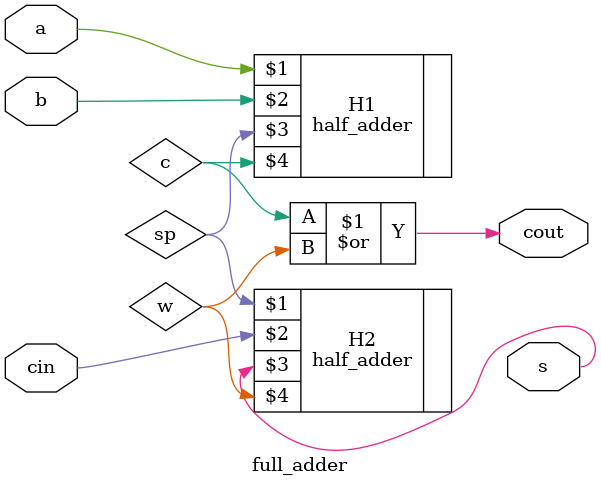
<source format=v>
module full_adder(a, b, cin, s, cout);
    input a, b, cin;
    output s, cout;
    
    wire sp , c, w; 
    half_adder H1(a, b, sp, c) ;
    half_adder H2(sp, cin, s, w) ;
   
    assign cout = c | w ;
endmodule
</source>
